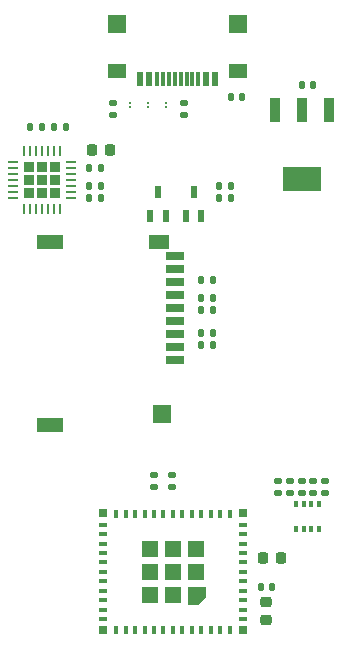
<source format=gbr>
%TF.GenerationSoftware,KiCad,Pcbnew,9.0.2*%
%TF.CreationDate,2025-12-09T17:01:45+01:00*%
%TF.ProjectId,datalogger,64617461-6c6f-4676-9765-722e6b696361,rev?*%
%TF.SameCoordinates,Original*%
%TF.FileFunction,Paste,Top*%
%TF.FilePolarity,Positive*%
%FSLAX46Y46*%
G04 Gerber Fmt 4.6, Leading zero omitted, Abs format (unit mm)*
G04 Created by KiCad (PCBNEW 9.0.2) date 2025-12-09 17:01:45*
%MOMM*%
%LPD*%
G01*
G04 APERTURE LIST*
G04 Aperture macros list*
%AMRoundRect*
0 Rectangle with rounded corners*
0 $1 Rounding radius*
0 $2 $3 $4 $5 $6 $7 $8 $9 X,Y pos of 4 corners*
0 Add a 4 corners polygon primitive as box body*
4,1,4,$2,$3,$4,$5,$6,$7,$8,$9,$2,$3,0*
0 Add four circle primitives for the rounded corners*
1,1,$1+$1,$2,$3*
1,1,$1+$1,$4,$5*
1,1,$1+$1,$6,$7*
1,1,$1+$1,$8,$9*
0 Add four rect primitives between the rounded corners*
20,1,$1+$1,$2,$3,$4,$5,0*
20,1,$1+$1,$4,$5,$6,$7,0*
20,1,$1+$1,$6,$7,$8,$9,0*
20,1,$1+$1,$8,$9,$2,$3,0*%
G04 Aperture macros list end*
%ADD10C,0.010000*%
%ADD11RoundRect,0.225000X0.225000X0.250000X-0.225000X0.250000X-0.225000X-0.250000X0.225000X-0.250000X0*%
%ADD12RoundRect,0.062500X0.062500X0.337500X-0.062500X0.337500X-0.062500X-0.337500X0.062500X-0.337500X0*%
%ADD13RoundRect,0.062500X0.337500X0.062500X-0.337500X0.062500X-0.337500X-0.062500X0.337500X-0.062500X0*%
%ADD14RoundRect,0.225000X0.225000X0.225000X-0.225000X0.225000X-0.225000X-0.225000X0.225000X-0.225000X0*%
%ADD15RoundRect,0.135000X-0.135000X-0.185000X0.135000X-0.185000X0.135000X0.185000X-0.135000X0.185000X0*%
%ADD16RoundRect,0.135000X0.135000X0.185000X-0.135000X0.185000X-0.135000X-0.185000X0.135000X-0.185000X0*%
%ADD17R,0.500000X1.050000*%
%ADD18R,0.800000X0.400000*%
%ADD19R,0.400000X0.800000*%
%ADD20R,1.450000X1.450000*%
%ADD21R,0.700000X0.700000*%
%ADD22RoundRect,0.140000X-0.140000X-0.170000X0.140000X-0.170000X0.140000X0.170000X-0.140000X0.170000X0*%
%ADD23RoundRect,0.135000X0.185000X-0.135000X0.185000X0.135000X-0.185000X0.135000X-0.185000X-0.135000X0*%
%ADD24RoundRect,0.140000X0.170000X-0.140000X0.170000X0.140000X-0.170000X0.140000X-0.170000X-0.140000X0*%
%ADD25R,0.950000X2.150000*%
%ADD26R,3.250000X2.150000*%
%ADD27RoundRect,0.225000X0.250000X-0.225000X0.250000X0.225000X-0.250000X0.225000X-0.250000X-0.225000X0*%
%ADD28RoundRect,0.100000X0.045000X-0.005000X0.045000X0.005000X-0.045000X0.005000X-0.045000X-0.005000X0*%
%ADD29R,0.600000X1.150000*%
%ADD30R,0.300000X1.150000*%
%ADD31R,1.550000X1.250000*%
%ADD32R,1.550000X1.500000*%
%ADD33RoundRect,0.140000X0.140000X0.170000X-0.140000X0.170000X-0.140000X-0.170000X0.140000X-0.170000X0*%
%ADD34R,0.350000X0.500000*%
%ADD35RoundRect,0.225000X-0.225000X-0.250000X0.225000X-0.250000X0.225000X0.250000X-0.225000X0.250000X0*%
%ADD36R,1.600000X0.700000*%
%ADD37R,1.800000X1.200000*%
%ADD38R,1.500000X1.600000*%
%ADD39R,2.200000X1.200000*%
%ADD40RoundRect,0.135000X-0.185000X0.135000X-0.185000X-0.135000X0.185000X-0.135000X0.185000X0.135000X0*%
G04 APERTURE END LIST*
D10*
%TO.C,U3*%
X162800000Y-100300000D02*
X162200000Y-100900000D01*
X161350000Y-100900000D01*
X161350000Y-99450000D01*
X162800000Y-99450000D01*
X162800000Y-100300000D01*
G36*
X162800000Y-100300000D02*
G01*
X162200000Y-100900000D01*
X161350000Y-100900000D01*
X161350000Y-99450000D01*
X162800000Y-99450000D01*
X162800000Y-100300000D01*
G37*
%TD*%
D11*
%TO.C,C1*%
X154775000Y-62500000D03*
X153225000Y-62500000D03*
%TD*%
D12*
%TO.C,U2*%
X150500000Y-67450000D03*
X150000000Y-67450000D03*
X149500000Y-67450000D03*
X149000000Y-67450000D03*
X148500000Y-67450000D03*
X148000000Y-67450000D03*
X147500000Y-67450000D03*
D13*
X146550000Y-66500000D03*
X146550000Y-66000000D03*
X146550000Y-65500000D03*
X146550000Y-65000000D03*
X146550000Y-64500000D03*
X146550000Y-64000000D03*
X146550000Y-63500000D03*
D12*
X147500000Y-62550000D03*
X148000000Y-62550000D03*
X148500000Y-62550000D03*
X149000000Y-62550000D03*
X149500000Y-62550000D03*
X150000000Y-62550000D03*
X150500000Y-62550000D03*
D13*
X151450000Y-63500000D03*
X151450000Y-64000000D03*
X151450000Y-64500000D03*
X151450000Y-65000000D03*
X151450000Y-65500000D03*
X151450000Y-66000000D03*
X151450000Y-66500000D03*
D14*
X147880000Y-63880000D03*
X147880000Y-65000000D03*
X147880000Y-66120000D03*
X149000000Y-63880000D03*
X149000000Y-65000000D03*
X149000000Y-66120000D03*
X150120000Y-63880000D03*
X150120000Y-65000000D03*
X150120000Y-66120000D03*
%TD*%
D15*
%TO.C,R16*%
X162500000Y-73500000D03*
X163520000Y-73500000D03*
%TD*%
D16*
%TO.C,R15*%
X163530000Y-79000000D03*
X162510000Y-79000000D03*
%TD*%
D17*
%TO.C,Q2*%
X161200000Y-68100000D03*
X162500000Y-68100000D03*
X161850000Y-66000000D03*
%TD*%
D16*
%TO.C,R17*%
X163520000Y-78000000D03*
X162500000Y-78000000D03*
%TD*%
D18*
%TO.C,U3*%
X166000000Y-102200000D03*
X166000000Y-101400000D03*
X166000000Y-100600000D03*
X166000000Y-99800000D03*
X166000000Y-99000000D03*
X166000000Y-98200000D03*
X166000000Y-97400000D03*
X166000000Y-96600000D03*
X166000000Y-95800000D03*
X166000000Y-95000000D03*
X166000000Y-94200000D03*
D19*
X164900000Y-93300000D03*
X164100000Y-93300000D03*
X163300000Y-93300000D03*
X162500000Y-93300000D03*
X161700000Y-93300000D03*
X160900000Y-93300000D03*
X160100000Y-93300000D03*
X159300000Y-93300000D03*
X158500000Y-93300000D03*
X157700000Y-93300000D03*
X156900000Y-93300000D03*
X156100000Y-93300000D03*
X155300000Y-93300000D03*
D18*
X154200000Y-94200000D03*
X154200000Y-95000000D03*
X154200000Y-95800000D03*
X154200000Y-96600000D03*
X154200000Y-97400000D03*
X154200000Y-98200000D03*
X154200000Y-99000000D03*
X154200000Y-99800000D03*
X154200000Y-100600000D03*
X154200000Y-101400000D03*
X154200000Y-102200000D03*
D19*
X155300000Y-103100000D03*
X156100000Y-103100000D03*
X156900000Y-103100000D03*
X157700000Y-103100000D03*
X158500000Y-103100000D03*
X159300000Y-103100000D03*
X160100000Y-103100000D03*
X160900000Y-103100000D03*
X161700000Y-103100000D03*
X162500000Y-103100000D03*
X163300000Y-103100000D03*
X164100000Y-103100000D03*
X164900000Y-103100000D03*
D20*
X160100000Y-100175000D03*
X158125000Y-100175000D03*
X158125000Y-98200000D03*
X158125000Y-96225000D03*
X160100000Y-96225000D03*
X162075000Y-96225000D03*
X162075000Y-98200000D03*
X160100000Y-98200000D03*
D21*
X154150000Y-103150000D03*
X154150000Y-93250000D03*
X166050000Y-93250000D03*
X166050000Y-103150000D03*
%TD*%
D22*
%TO.C,C4*%
X171040000Y-57000000D03*
X172000000Y-57000000D03*
%TD*%
%TO.C,C8*%
X167520000Y-99500000D03*
X168480000Y-99500000D03*
%TD*%
D17*
%TO.C,Q1*%
X158200000Y-68100000D03*
X159500000Y-68100000D03*
X158850000Y-66000000D03*
%TD*%
D16*
%TO.C,R18*%
X163520000Y-76000000D03*
X162500000Y-76000000D03*
%TD*%
D23*
%TO.C,R9*%
X169000000Y-91510000D03*
X169000000Y-90490000D03*
%TD*%
D24*
%TO.C,C7*%
X171000000Y-91480000D03*
X171000000Y-90520000D03*
%TD*%
D15*
%TO.C,R6*%
X163990000Y-65500000D03*
X165010000Y-65500000D03*
%TD*%
D22*
%TO.C,C3*%
X165020000Y-58000000D03*
X165980000Y-58000000D03*
%TD*%
D23*
%TO.C,R1*%
X155000000Y-59500000D03*
X155000000Y-58480000D03*
%TD*%
D25*
%TO.C,U4*%
X173300000Y-59100000D03*
X171000000Y-59100000D03*
X168700000Y-59100000D03*
D26*
X171000000Y-64900000D03*
%TD*%
D27*
%TO.C,C5*%
X168000000Y-102275000D03*
X168000000Y-100725000D03*
%TD*%
D28*
%TO.C,D3*%
X156500000Y-58870000D03*
X156500000Y-58500000D03*
%TD*%
D16*
%TO.C,R5*%
X154000000Y-66500000D03*
X152980000Y-66500000D03*
%TD*%
D29*
%TO.C,J2*%
X163700000Y-56425000D03*
X162900000Y-56425000D03*
D30*
X161750000Y-56425000D03*
X160750000Y-56425000D03*
X160250000Y-56425000D03*
X159250000Y-56425000D03*
D29*
X157300000Y-56425000D03*
X158100000Y-56425000D03*
D30*
X158750000Y-56425000D03*
X159750000Y-56425000D03*
X161250000Y-56425000D03*
X162250000Y-56425000D03*
D31*
X165595000Y-55775000D03*
X155405000Y-55775000D03*
D32*
X165595000Y-51850000D03*
X155405000Y-51850000D03*
%TD*%
D15*
%TO.C,R7*%
X163990000Y-66500000D03*
X165010000Y-66500000D03*
%TD*%
D28*
%TO.C,D1*%
X158000000Y-58870000D03*
X158000000Y-58500000D03*
%TD*%
D22*
%TO.C,C10*%
X162500000Y-75000000D03*
X163460000Y-75000000D03*
%TD*%
D24*
%TO.C,C6*%
X172000000Y-91480000D03*
X172000000Y-90520000D03*
%TD*%
D16*
%TO.C,R3*%
X149000000Y-60500000D03*
X147980000Y-60500000D03*
%TD*%
D23*
%TO.C,R14*%
X170000000Y-91510000D03*
X170000000Y-90490000D03*
%TD*%
D33*
%TO.C,C2*%
X153980000Y-64000000D03*
X153020000Y-64000000D03*
%TD*%
D16*
%TO.C,R2*%
X151020000Y-60500000D03*
X150000000Y-60500000D03*
%TD*%
D28*
%TO.C,D2*%
X159500000Y-58870000D03*
X159500000Y-58500000D03*
%TD*%
D34*
%TO.C,U1*%
X172475000Y-94525000D03*
X171825000Y-94525000D03*
X171175000Y-94525000D03*
X170525000Y-94525000D03*
X170525000Y-92475000D03*
X171175000Y-92475000D03*
X171825000Y-92475000D03*
X172475000Y-92475000D03*
%TD*%
D23*
%TO.C,R11*%
X160000000Y-91010000D03*
X160000000Y-89990000D03*
%TD*%
%TO.C,R13*%
X158500000Y-91020000D03*
X158500000Y-90000000D03*
%TD*%
D35*
%TO.C,C9*%
X167725000Y-97000000D03*
X169275000Y-97000000D03*
%TD*%
D36*
%TO.C,J1*%
X160250000Y-80250000D03*
X160250000Y-79150000D03*
X160250000Y-78050000D03*
X160250000Y-76950000D03*
X160250000Y-75850000D03*
X160250000Y-74750000D03*
X160250000Y-73650000D03*
X160250000Y-72550000D03*
X160250000Y-71450000D03*
D37*
X158950000Y-70250000D03*
D38*
X159200000Y-84850000D03*
D39*
X149650000Y-70250000D03*
X149650000Y-85750000D03*
%TD*%
D15*
%TO.C,R4*%
X152990000Y-65500000D03*
X154010000Y-65500000D03*
%TD*%
D40*
%TO.C,R8*%
X173000000Y-90490000D03*
X173000000Y-91510000D03*
%TD*%
D23*
%TO.C,R10*%
X161000000Y-59520000D03*
X161000000Y-58500000D03*
%TD*%
M02*

</source>
